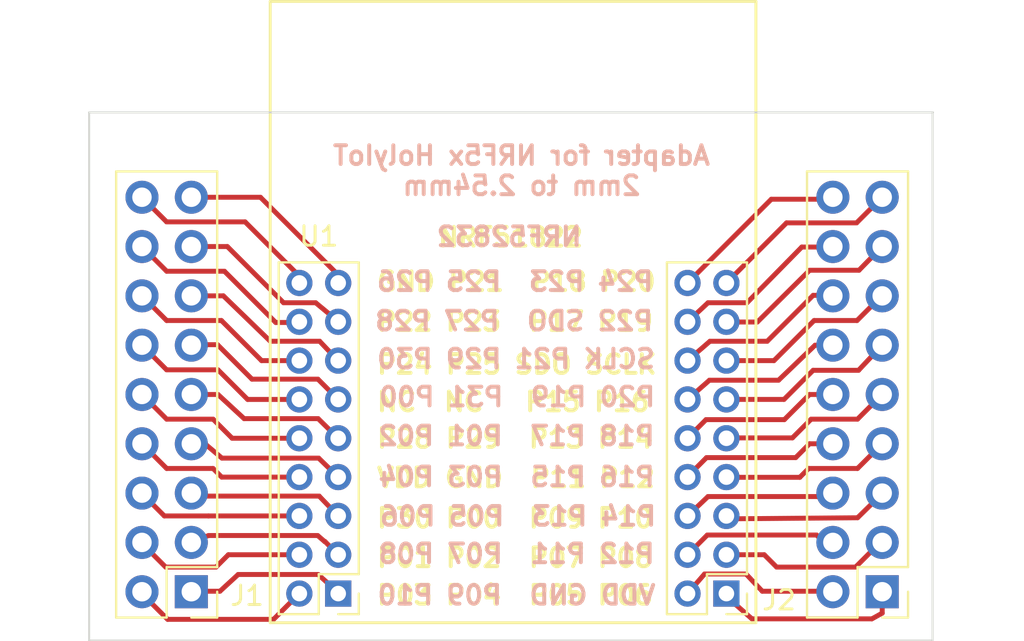
<source format=kicad_pcb>
(kicad_pcb (version 20171130) (host pcbnew "(5.0.0)")

  (general
    (thickness 1.6)
    (drawings 25)
    (tracks 149)
    (zones 0)
    (modules 3)
    (nets 37)
  )

  (page A4)
  (layers
    (0 F.Cu signal)
    (31 B.Cu signal)
    (32 B.Adhes user)
    (33 F.Adhes user)
    (34 B.Paste user)
    (35 F.Paste user)
    (36 B.SilkS user)
    (37 F.SilkS user)
    (38 B.Mask user)
    (39 F.Mask user)
    (40 Dwgs.User user)
    (41 Cmts.User user)
    (42 Eco1.User user)
    (43 Eco2.User user)
    (44 Edge.Cuts user)
    (45 Margin user)
    (46 B.CrtYd user)
    (47 F.CrtYd user)
    (48 B.Fab user)
    (49 F.Fab user)
  )

  (setup
    (last_trace_width 0.254)
    (trace_clearance 0.1524)
    (zone_clearance 0.508)
    (zone_45_only no)
    (trace_min 0.1524)
    (segment_width 0.2)
    (edge_width 0.1)
    (via_size 0.762)
    (via_drill 0.4064)
    (via_min_size 0.508)
    (via_min_drill 0.254)
    (uvia_size 0.6858)
    (uvia_drill 0.3302)
    (uvias_allowed no)
    (uvia_min_size 0.2)
    (uvia_min_drill 0.1)
    (pcb_text_width 0.3)
    (pcb_text_size 1.5 1.5)
    (mod_edge_width 0.15)
    (mod_text_size 1 1)
    (mod_text_width 0.15)
    (pad_size 1.5 1.5)
    (pad_drill 0.6)
    (pad_to_mask_clearance 0)
    (aux_axis_origin 0 0)
    (visible_elements 7FFFFFFF)
    (pcbplotparams
      (layerselection 0x010fc_ffffffff)
      (usegerberextensions false)
      (usegerberattributes false)
      (usegerberadvancedattributes false)
      (creategerberjobfile false)
      (excludeedgelayer true)
      (linewidth 0.100000)
      (plotframeref false)
      (viasonmask false)
      (mode 1)
      (useauxorigin false)
      (hpglpennumber 1)
      (hpglpenspeed 20)
      (hpglpendiameter 15.000000)
      (psnegative false)
      (psa4output false)
      (plotreference true)
      (plotvalue true)
      (plotinvisibletext false)
      (padsonsilk false)
      (subtractmaskfromsilk false)
      (outputformat 1)
      (mirror false)
      (drillshape 1)
      (scaleselection 1)
      (outputdirectory ""))
  )

  (net 0 "")
  (net 1 "Net-(J1-Pad18)")
  (net 2 "Net-(J1-Pad17)")
  (net 3 "Net-(J1-Pad16)")
  (net 4 "Net-(J1-Pad15)")
  (net 5 "Net-(J1-Pad14)")
  (net 6 "Net-(J1-Pad13)")
  (net 7 "Net-(J1-Pad12)")
  (net 8 "Net-(J1-Pad11)")
  (net 9 "Net-(J1-Pad10)")
  (net 10 "Net-(J1-Pad9)")
  (net 11 "Net-(J1-Pad8)")
  (net 12 "Net-(J1-Pad7)")
  (net 13 "Net-(J1-Pad6)")
  (net 14 "Net-(J1-Pad5)")
  (net 15 "Net-(J1-Pad4)")
  (net 16 "Net-(J1-Pad3)")
  (net 17 "Net-(J1-Pad2)")
  (net 18 "Net-(J1-Pad1)")
  (net 19 "Net-(J2-Pad1)")
  (net 20 "Net-(J2-Pad2)")
  (net 21 "Net-(J2-Pad3)")
  (net 22 "Net-(J2-Pad4)")
  (net 23 "Net-(J2-Pad5)")
  (net 24 "Net-(J2-Pad6)")
  (net 25 "Net-(J2-Pad7)")
  (net 26 "Net-(J2-Pad8)")
  (net 27 "Net-(J2-Pad9)")
  (net 28 "Net-(J2-Pad10)")
  (net 29 "Net-(J2-Pad11)")
  (net 30 "Net-(J2-Pad12)")
  (net 31 "Net-(J2-Pad13)")
  (net 32 "Net-(J2-Pad14)")
  (net 33 "Net-(J2-Pad15)")
  (net 34 "Net-(J2-Pad16)")
  (net 35 "Net-(J2-Pad17)")
  (net 36 "Net-(J2-Pad18)")

  (net_class Default "This is the default net class."
    (clearance 0.1524)
    (trace_width 0.254)
    (via_dia 0.762)
    (via_drill 0.4064)
    (uvia_dia 0.6858)
    (uvia_drill 0.3302)
    (add_net "Net-(J1-Pad1)")
    (add_net "Net-(J1-Pad10)")
    (add_net "Net-(J1-Pad11)")
    (add_net "Net-(J1-Pad12)")
    (add_net "Net-(J1-Pad13)")
    (add_net "Net-(J1-Pad14)")
    (add_net "Net-(J1-Pad15)")
    (add_net "Net-(J1-Pad16)")
    (add_net "Net-(J1-Pad17)")
    (add_net "Net-(J1-Pad18)")
    (add_net "Net-(J1-Pad2)")
    (add_net "Net-(J1-Pad3)")
    (add_net "Net-(J1-Pad4)")
    (add_net "Net-(J1-Pad5)")
    (add_net "Net-(J1-Pad6)")
    (add_net "Net-(J1-Pad7)")
    (add_net "Net-(J1-Pad8)")
    (add_net "Net-(J1-Pad9)")
    (add_net "Net-(J2-Pad1)")
    (add_net "Net-(J2-Pad10)")
    (add_net "Net-(J2-Pad11)")
    (add_net "Net-(J2-Pad12)")
    (add_net "Net-(J2-Pad13)")
    (add_net "Net-(J2-Pad14)")
    (add_net "Net-(J2-Pad15)")
    (add_net "Net-(J2-Pad16)")
    (add_net "Net-(J2-Pad17)")
    (add_net "Net-(J2-Pad18)")
    (add_net "Net-(J2-Pad2)")
    (add_net "Net-(J2-Pad3)")
    (add_net "Net-(J2-Pad4)")
    (add_net "Net-(J2-Pad5)")
    (add_net "Net-(J2-Pad6)")
    (add_net "Net-(J2-Pad7)")
    (add_net "Net-(J2-Pad8)")
    (add_net "Net-(J2-Pad9)")
  )

  (module NRFmodules:NRF5xmodule (layer F.Cu) (tedit 5B97477C) (tstamp 5B9742DC)
    (at 148.84 105.735001)
    (descr "Through hole straight pin header, 2x09, 2.00mm pitch, double rows")
    (tags "Through hole pin header THT 2x09 2.00mm double row")
    (path /5B9710B4)
    (fp_text reference U1 (at 2.5 -19.9) (layer F.SilkS)
      (effects (font (size 1 1) (thickness 0.15)))
    )
    (fp_text value NRF51822 (at 9.1226 -0.960001) (layer F.Fab)
      (effects (font (size 1 1) (thickness 0.15)))
    )
    (fp_line (start 0 0) (end 5 0) (layer F.CrtYd) (width 0.05))
    (fp_line (start 0 -19) (end 0 0) (layer F.CrtYd) (width 0.05))
    (fp_line (start 5 -19) (end 0 -19) (layer F.CrtYd) (width 0.05))
    (fp_line (start 5 0) (end 5 -19) (layer F.CrtYd) (width 0.05))
    (fp_line (start 4.56 -0.44) (end 3.5 -0.44) (layer F.SilkS) (width 0.12))
    (fp_line (start 4.56 -1.5) (end 4.56 -0.44) (layer F.SilkS) (width 0.12))
    (fp_line (start 2.5 -0.44) (end 0.44 -0.44) (layer F.SilkS) (width 0.12))
    (fp_line (start 2.5 -2.5) (end 2.5 -0.44) (layer F.SilkS) (width 0.12))
    (fp_line (start 4.56 -2.5) (end 2.5 -2.5) (layer F.SilkS) (width 0.12))
    (fp_line (start 0.44 -0.44) (end 0.44 -18.56) (layer F.SilkS) (width 0.12))
    (fp_line (start 4.56 -2.5) (end 4.56 -18.56) (layer F.SilkS) (width 0.12))
    (fp_line (start 4.56 -18.56) (end 0.44 -18.56) (layer F.SilkS) (width 0.12))
    (fp_line (start 4.5 -1.5) (end 3.5 -0.5) (layer F.Fab) (width 0.1))
    (fp_line (start 4.5 -18.5) (end 4.5 -1.5) (layer F.Fab) (width 0.1))
    (fp_line (start 0.5 -18.5) (end 4.5 -18.5) (layer F.Fab) (width 0.1))
    (fp_line (start 0.5 -0.5) (end 0.5 -18.5) (layer F.Fab) (width 0.1))
    (fp_line (start 3.5 -0.5) (end 0.5 -0.5) (layer F.Fab) (width 0.1))
    (fp_line (start 24.54 -18.56) (end 20.42 -18.56) (layer F.SilkS) (width 0.12))
    (fp_line (start 24.48 -18.5) (end 24.48 -1.5) (layer F.Fab) (width 0.1))
    (fp_line (start 24.54 -0.44) (end 23.48 -0.44) (layer F.SilkS) (width 0.12))
    (fp_line (start 24.54 -2.5) (end 22.48 -2.5) (layer F.SilkS) (width 0.12))
    (fp_line (start 24.98 -19) (end 19.98 -19) (layer F.CrtYd) (width 0.05))
    (fp_line (start 20.48 -18.5) (end 24.48 -18.5) (layer F.Fab) (width 0.1))
    (fp_line (start 20.42 -0.44) (end 20.42 -18.56) (layer F.SilkS) (width 0.12))
    (fp_line (start 24.54 -2.5) (end 24.54 -18.56) (layer F.SilkS) (width 0.12))
    (fp_line (start 24.98 0) (end 24.98 -19) (layer F.CrtYd) (width 0.05))
    (fp_line (start 20.48 -0.5) (end 20.48 -18.5) (layer F.Fab) (width 0.1))
    (fp_line (start 19.98 0) (end 24.98 0) (layer F.CrtYd) (width 0.05))
    (fp_line (start 23.48 -0.5) (end 20.48 -0.5) (layer F.Fab) (width 0.1))
    (fp_line (start 22.48 -2.5) (end 22.48 -0.44) (layer F.SilkS) (width 0.12))
    (fp_line (start 22.48 -0.44) (end 20.42 -0.44) (layer F.SilkS) (width 0.12))
    (fp_line (start 19.98 -19) (end 19.98 0) (layer F.CrtYd) (width 0.05))
    (fp_line (start 24.54 -1.5) (end 24.54 -0.44) (layer F.SilkS) (width 0.12))
    (fp_line (start 24.48 -1.5) (end 23.48 -0.5) (layer F.Fab) (width 0.1))
    (fp_line (start 0 0) (end 0 -32) (layer F.SilkS) (width 0.15))
    (fp_line (start 0 -32) (end 25 -32) (layer F.SilkS) (width 0.15))
    (fp_line (start 25 -32) (end 25 0) (layer F.SilkS) (width 0.15))
    (fp_line (start 25 0) (end 0 0) (layer F.SilkS) (width 0.15))
    (pad 18 thru_hole oval (at 1.5 -17.5 180) (size 1.35 1.35) (drill 0.8) (layers *.Cu *.Mask)
      (net 1 "Net-(J1-Pad18)"))
    (pad 17 thru_hole oval (at 3.5 -17.5 180) (size 1.35 1.35) (drill 0.8) (layers *.Cu *.Mask)
      (net 2 "Net-(J1-Pad17)"))
    (pad 16 thru_hole oval (at 1.5 -15.5 180) (size 1.35 1.35) (drill 0.8) (layers *.Cu *.Mask)
      (net 3 "Net-(J1-Pad16)"))
    (pad 15 thru_hole oval (at 3.5 -15.5 180) (size 1.35 1.35) (drill 0.8) (layers *.Cu *.Mask)
      (net 4 "Net-(J1-Pad15)"))
    (pad 14 thru_hole oval (at 1.5 -13.5 180) (size 1.35 1.35) (drill 0.8) (layers *.Cu *.Mask)
      (net 5 "Net-(J1-Pad14)"))
    (pad 13 thru_hole oval (at 3.5 -13.5 180) (size 1.35 1.35) (drill 0.8) (layers *.Cu *.Mask)
      (net 6 "Net-(J1-Pad13)"))
    (pad 12 thru_hole oval (at 1.5 -11.5 180) (size 1.35 1.35) (drill 0.8) (layers *.Cu *.Mask)
      (net 7 "Net-(J1-Pad12)"))
    (pad 11 thru_hole oval (at 3.5 -11.5 180) (size 1.35 1.35) (drill 0.8) (layers *.Cu *.Mask)
      (net 8 "Net-(J1-Pad11)"))
    (pad 10 thru_hole oval (at 1.5 -9.5 180) (size 1.35 1.35) (drill 0.8) (layers *.Cu *.Mask)
      (net 9 "Net-(J1-Pad10)"))
    (pad 9 thru_hole oval (at 3.5 -9.5 180) (size 1.35 1.35) (drill 0.8) (layers *.Cu *.Mask)
      (net 10 "Net-(J1-Pad9)"))
    (pad 8 thru_hole oval (at 1.5 -7.5 180) (size 1.35 1.35) (drill 0.8) (layers *.Cu *.Mask)
      (net 11 "Net-(J1-Pad8)"))
    (pad 7 thru_hole oval (at 3.5 -7.5 180) (size 1.35 1.35) (drill 0.8) (layers *.Cu *.Mask)
      (net 12 "Net-(J1-Pad7)"))
    (pad 6 thru_hole oval (at 1.5 -5.5 180) (size 1.35 1.35) (drill 0.8) (layers *.Cu *.Mask)
      (net 13 "Net-(J1-Pad6)"))
    (pad 5 thru_hole oval (at 3.5 -5.5 180) (size 1.35 1.35) (drill 0.8) (layers *.Cu *.Mask)
      (net 14 "Net-(J1-Pad5)"))
    (pad 4 thru_hole oval (at 1.5 -3.5 180) (size 1.35 1.35) (drill 0.8) (layers *.Cu *.Mask)
      (net 15 "Net-(J1-Pad4)"))
    (pad 3 thru_hole oval (at 3.5 -3.5 180) (size 1.35 1.35) (drill 0.8) (layers *.Cu *.Mask)
      (net 16 "Net-(J1-Pad3)"))
    (pad 2 thru_hole oval (at 1.5 -1.5 180) (size 1.35 1.35) (drill 0.8) (layers *.Cu *.Mask)
      (net 17 "Net-(J1-Pad2)"))
    (pad 1 thru_hole rect (at 3.5 -1.5 180) (size 1.35 1.35) (drill 0.8) (layers *.Cu *.Mask)
      (net 18 "Net-(J1-Pad1)"))
    (pad 20 thru_hole oval (at 21.48 -1.5 180) (size 1.35 1.35) (drill 0.8) (layers *.Cu *.Mask)
      (net 20 "Net-(J2-Pad2)"))
    (pad 24 thru_hole oval (at 21.48 -5.5 180) (size 1.35 1.35) (drill 0.8) (layers *.Cu *.Mask)
      (net 24 "Net-(J2-Pad6)"))
    (pad 19 thru_hole rect (at 23.48 -1.5 180) (size 1.35 1.35) (drill 0.8) (layers *.Cu *.Mask)
      (net 19 "Net-(J2-Pad1)"))
    (pad 31 thru_hole oval (at 23.48 -13.5 180) (size 1.35 1.35) (drill 0.8) (layers *.Cu *.Mask)
      (net 31 "Net-(J2-Pad13)"))
    (pad 26 thru_hole oval (at 21.48 -7.5 180) (size 1.35 1.35) (drill 0.8) (layers *.Cu *.Mask)
      (net 26 "Net-(J2-Pad8)"))
    (pad 35 thru_hole oval (at 23.48 -17.5 180) (size 1.35 1.35) (drill 0.8) (layers *.Cu *.Mask)
      (net 35 "Net-(J2-Pad17)"))
    (pad 33 thru_hole oval (at 23.48 -15.5 180) (size 1.35 1.35) (drill 0.8) (layers *.Cu *.Mask)
      (net 33 "Net-(J2-Pad15)"))
    (pad 25 thru_hole oval (at 23.48 -7.5 180) (size 1.35 1.35) (drill 0.8) (layers *.Cu *.Mask)
      (net 25 "Net-(J2-Pad7)"))
    (pad 32 thru_hole oval (at 21.48 -13.5 180) (size 1.35 1.35) (drill 0.8) (layers *.Cu *.Mask)
      (net 32 "Net-(J2-Pad14)"))
    (pad 34 thru_hole oval (at 21.48 -15.5 180) (size 1.35 1.35) (drill 0.8) (layers *.Cu *.Mask)
      (net 34 "Net-(J2-Pad16)"))
    (pad 30 thru_hole oval (at 21.48 -11.5 180) (size 1.35 1.35) (drill 0.8) (layers *.Cu *.Mask)
      (net 30 "Net-(J2-Pad12)"))
    (pad 29 thru_hole oval (at 23.48 -11.5 180) (size 1.35 1.35) (drill 0.8) (layers *.Cu *.Mask)
      (net 29 "Net-(J2-Pad11)"))
    (pad 27 thru_hole oval (at 23.48 -9.5 180) (size 1.35 1.35) (drill 0.8) (layers *.Cu *.Mask)
      (net 27 "Net-(J2-Pad9)"))
    (pad 36 thru_hole oval (at 21.48 -17.5 180) (size 1.35 1.35) (drill 0.8) (layers *.Cu *.Mask)
      (net 36 "Net-(J2-Pad18)"))
    (pad 28 thru_hole oval (at 21.48 -9.5 180) (size 1.35 1.35) (drill 0.8) (layers *.Cu *.Mask)
      (net 28 "Net-(J2-Pad10)"))
    (pad 23 thru_hole oval (at 23.48 -5.5 180) (size 1.35 1.35) (drill 0.8) (layers *.Cu *.Mask)
      (net 23 "Net-(J2-Pad5)"))
    (pad 22 thru_hole oval (at 21.48 -3.5 180) (size 1.35 1.35) (drill 0.8) (layers *.Cu *.Mask)
      (net 22 "Net-(J2-Pad4)"))
    (pad 21 thru_hole oval (at 23.48 -3.5 180) (size 1.35 1.35) (drill 0.8) (layers *.Cu *.Mask)
      (net 21 "Net-(J2-Pad3)"))
    (model ${KISYS3DMOD}/Pin_Headers.3dshapes/Pin_Header_Straight_2x09_Pitch2.00mm.wrl
      (at (xyz 0 0 0))
      (scale (xyz 1 1 1))
      (rotate (xyz 0 0 0))
    )
  )

  (module Pin_Headers:Pin_Header_Straight_2x09_Pitch2.54mm (layer F.Cu) (tedit 59650532) (tstamp 5B974266)
    (at 144.78 104.14 180)
    (descr "Through hole straight pin header, 2x09, 2.54mm pitch, double rows")
    (tags "Through hole pin header THT 2x09 2.54mm double row")
    (path /5B971A1A)
    (fp_text reference J1 (at -2.8702 -0.2032 180) (layer F.SilkS)
      (effects (font (size 1 1) (thickness 0.15)))
    )
    (fp_text value Conn_02x09_Odd_Even (at 1.27 22.65 180) (layer F.Fab)
      (effects (font (size 1 1) (thickness 0.15)))
    )
    (fp_text user %R (at 1.27 10.16 270) (layer F.Fab)
      (effects (font (size 1 1) (thickness 0.15)))
    )
    (fp_line (start 4.35 -1.8) (end -1.8 -1.8) (layer F.CrtYd) (width 0.05))
    (fp_line (start 4.35 22.1) (end 4.35 -1.8) (layer F.CrtYd) (width 0.05))
    (fp_line (start -1.8 22.1) (end 4.35 22.1) (layer F.CrtYd) (width 0.05))
    (fp_line (start -1.8 -1.8) (end -1.8 22.1) (layer F.CrtYd) (width 0.05))
    (fp_line (start -1.33 -1.33) (end 0 -1.33) (layer F.SilkS) (width 0.12))
    (fp_line (start -1.33 0) (end -1.33 -1.33) (layer F.SilkS) (width 0.12))
    (fp_line (start 1.27 -1.33) (end 3.87 -1.33) (layer F.SilkS) (width 0.12))
    (fp_line (start 1.27 1.27) (end 1.27 -1.33) (layer F.SilkS) (width 0.12))
    (fp_line (start -1.33 1.27) (end 1.27 1.27) (layer F.SilkS) (width 0.12))
    (fp_line (start 3.87 -1.33) (end 3.87 21.65) (layer F.SilkS) (width 0.12))
    (fp_line (start -1.33 1.27) (end -1.33 21.65) (layer F.SilkS) (width 0.12))
    (fp_line (start -1.33 21.65) (end 3.87 21.65) (layer F.SilkS) (width 0.12))
    (fp_line (start -1.27 0) (end 0 -1.27) (layer F.Fab) (width 0.1))
    (fp_line (start -1.27 21.59) (end -1.27 0) (layer F.Fab) (width 0.1))
    (fp_line (start 3.81 21.59) (end -1.27 21.59) (layer F.Fab) (width 0.1))
    (fp_line (start 3.81 -1.27) (end 3.81 21.59) (layer F.Fab) (width 0.1))
    (fp_line (start 0 -1.27) (end 3.81 -1.27) (layer F.Fab) (width 0.1))
    (pad 18 thru_hole oval (at 2.54 20.32 180) (size 1.7 1.7) (drill 1) (layers *.Cu *.Mask)
      (net 1 "Net-(J1-Pad18)"))
    (pad 17 thru_hole oval (at 0 20.32 180) (size 1.7 1.7) (drill 1) (layers *.Cu *.Mask)
      (net 2 "Net-(J1-Pad17)"))
    (pad 16 thru_hole oval (at 2.54 17.78 180) (size 1.7 1.7) (drill 1) (layers *.Cu *.Mask)
      (net 3 "Net-(J1-Pad16)"))
    (pad 15 thru_hole oval (at 0 17.78 180) (size 1.7 1.7) (drill 1) (layers *.Cu *.Mask)
      (net 4 "Net-(J1-Pad15)"))
    (pad 14 thru_hole oval (at 2.54 15.24 180) (size 1.7 1.7) (drill 1) (layers *.Cu *.Mask)
      (net 5 "Net-(J1-Pad14)"))
    (pad 13 thru_hole oval (at 0 15.24 180) (size 1.7 1.7) (drill 1) (layers *.Cu *.Mask)
      (net 6 "Net-(J1-Pad13)"))
    (pad 12 thru_hole oval (at 2.54 12.7 180) (size 1.7 1.7) (drill 1) (layers *.Cu *.Mask)
      (net 7 "Net-(J1-Pad12)"))
    (pad 11 thru_hole oval (at 0 12.7 180) (size 1.7 1.7) (drill 1) (layers *.Cu *.Mask)
      (net 8 "Net-(J1-Pad11)"))
    (pad 10 thru_hole oval (at 2.54 10.16 180) (size 1.7 1.7) (drill 1) (layers *.Cu *.Mask)
      (net 9 "Net-(J1-Pad10)"))
    (pad 9 thru_hole oval (at 0 10.16 180) (size 1.7 1.7) (drill 1) (layers *.Cu *.Mask)
      (net 10 "Net-(J1-Pad9)"))
    (pad 8 thru_hole oval (at 2.54 7.62 180) (size 1.7 1.7) (drill 1) (layers *.Cu *.Mask)
      (net 11 "Net-(J1-Pad8)"))
    (pad 7 thru_hole oval (at 0 7.62 180) (size 1.7 1.7) (drill 1) (layers *.Cu *.Mask)
      (net 12 "Net-(J1-Pad7)"))
    (pad 6 thru_hole oval (at 2.54 5.08 180) (size 1.7 1.7) (drill 1) (layers *.Cu *.Mask)
      (net 13 "Net-(J1-Pad6)"))
    (pad 5 thru_hole oval (at 0 5.08 180) (size 1.7 1.7) (drill 1) (layers *.Cu *.Mask)
      (net 14 "Net-(J1-Pad5)"))
    (pad 4 thru_hole oval (at 2.54 2.54 180) (size 1.7 1.7) (drill 1) (layers *.Cu *.Mask)
      (net 15 "Net-(J1-Pad4)"))
    (pad 3 thru_hole oval (at 0 2.54 180) (size 1.7 1.7) (drill 1) (layers *.Cu *.Mask)
      (net 16 "Net-(J1-Pad3)"))
    (pad 2 thru_hole oval (at 2.54 0 180) (size 1.7 1.7) (drill 1) (layers *.Cu *.Mask)
      (net 17 "Net-(J1-Pad2)"))
    (pad 1 thru_hole rect (at 0 0 180) (size 1.7 1.7) (drill 1) (layers *.Cu *.Mask)
      (net 18 "Net-(J1-Pad1)"))
    (model ${KISYS3DMOD}/Pin_Headers.3dshapes/Pin_Header_Straight_2x09_Pitch2.54mm.wrl
      (at (xyz 0 0 0))
      (scale (xyz 1 1 1))
      (rotate (xyz 0 0 0))
    )
  )

  (module Pin_Headers:Pin_Header_Straight_2x09_Pitch2.54mm (layer F.Cu) (tedit 59650532) (tstamp 5B97428E)
    (at 180.34 104.14 180)
    (descr "Through hole straight pin header, 2x09, 2.54mm pitch, double rows")
    (tags "Through hole pin header THT 2x09 2.54mm double row")
    (path /5B971A6C)
    (fp_text reference J2 (at 5.3086 -0.4318 180) (layer F.SilkS)
      (effects (font (size 1 1) (thickness 0.15)))
    )
    (fp_text value Conn_02x09_Odd_Even (at 1.27 22.65 180) (layer F.Fab)
      (effects (font (size 1 1) (thickness 0.15)))
    )
    (fp_line (start 0 -1.27) (end 3.81 -1.27) (layer F.Fab) (width 0.1))
    (fp_line (start 3.81 -1.27) (end 3.81 21.59) (layer F.Fab) (width 0.1))
    (fp_line (start 3.81 21.59) (end -1.27 21.59) (layer F.Fab) (width 0.1))
    (fp_line (start -1.27 21.59) (end -1.27 0) (layer F.Fab) (width 0.1))
    (fp_line (start -1.27 0) (end 0 -1.27) (layer F.Fab) (width 0.1))
    (fp_line (start -1.33 21.65) (end 3.87 21.65) (layer F.SilkS) (width 0.12))
    (fp_line (start -1.33 1.27) (end -1.33 21.65) (layer F.SilkS) (width 0.12))
    (fp_line (start 3.87 -1.33) (end 3.87 21.65) (layer F.SilkS) (width 0.12))
    (fp_line (start -1.33 1.27) (end 1.27 1.27) (layer F.SilkS) (width 0.12))
    (fp_line (start 1.27 1.27) (end 1.27 -1.33) (layer F.SilkS) (width 0.12))
    (fp_line (start 1.27 -1.33) (end 3.87 -1.33) (layer F.SilkS) (width 0.12))
    (fp_line (start -1.33 0) (end -1.33 -1.33) (layer F.SilkS) (width 0.12))
    (fp_line (start -1.33 -1.33) (end 0 -1.33) (layer F.SilkS) (width 0.12))
    (fp_line (start -1.8 -1.8) (end -1.8 22.1) (layer F.CrtYd) (width 0.05))
    (fp_line (start -1.8 22.1) (end 4.35 22.1) (layer F.CrtYd) (width 0.05))
    (fp_line (start 4.35 22.1) (end 4.35 -1.8) (layer F.CrtYd) (width 0.05))
    (fp_line (start 4.35 -1.8) (end -1.8 -1.8) (layer F.CrtYd) (width 0.05))
    (fp_text user %R (at 1.27 10.16 270) (layer F.Fab)
      (effects (font (size 1 1) (thickness 0.15)))
    )
    (pad 1 thru_hole rect (at 0 0 180) (size 1.7 1.7) (drill 1) (layers *.Cu *.Mask)
      (net 19 "Net-(J2-Pad1)"))
    (pad 2 thru_hole oval (at 2.54 0 180) (size 1.7 1.7) (drill 1) (layers *.Cu *.Mask)
      (net 20 "Net-(J2-Pad2)"))
    (pad 3 thru_hole oval (at 0 2.54 180) (size 1.7 1.7) (drill 1) (layers *.Cu *.Mask)
      (net 21 "Net-(J2-Pad3)"))
    (pad 4 thru_hole oval (at 2.54 2.54 180) (size 1.7 1.7) (drill 1) (layers *.Cu *.Mask)
      (net 22 "Net-(J2-Pad4)"))
    (pad 5 thru_hole oval (at 0 5.08 180) (size 1.7 1.7) (drill 1) (layers *.Cu *.Mask)
      (net 23 "Net-(J2-Pad5)"))
    (pad 6 thru_hole oval (at 2.54 5.08 180) (size 1.7 1.7) (drill 1) (layers *.Cu *.Mask)
      (net 24 "Net-(J2-Pad6)"))
    (pad 7 thru_hole oval (at 0 7.62 180) (size 1.7 1.7) (drill 1) (layers *.Cu *.Mask)
      (net 25 "Net-(J2-Pad7)"))
    (pad 8 thru_hole oval (at 2.54 7.62 180) (size 1.7 1.7) (drill 1) (layers *.Cu *.Mask)
      (net 26 "Net-(J2-Pad8)"))
    (pad 9 thru_hole oval (at 0 10.16 180) (size 1.7 1.7) (drill 1) (layers *.Cu *.Mask)
      (net 27 "Net-(J2-Pad9)"))
    (pad 10 thru_hole oval (at 2.54 10.16 180) (size 1.7 1.7) (drill 1) (layers *.Cu *.Mask)
      (net 28 "Net-(J2-Pad10)"))
    (pad 11 thru_hole oval (at 0 12.7 180) (size 1.7 1.7) (drill 1) (layers *.Cu *.Mask)
      (net 29 "Net-(J2-Pad11)"))
    (pad 12 thru_hole oval (at 2.54 12.7 180) (size 1.7 1.7) (drill 1) (layers *.Cu *.Mask)
      (net 30 "Net-(J2-Pad12)"))
    (pad 13 thru_hole oval (at 0 15.24 180) (size 1.7 1.7) (drill 1) (layers *.Cu *.Mask)
      (net 31 "Net-(J2-Pad13)"))
    (pad 14 thru_hole oval (at 2.54 15.24 180) (size 1.7 1.7) (drill 1) (layers *.Cu *.Mask)
      (net 32 "Net-(J2-Pad14)"))
    (pad 15 thru_hole oval (at 0 17.78 180) (size 1.7 1.7) (drill 1) (layers *.Cu *.Mask)
      (net 33 "Net-(J2-Pad15)"))
    (pad 16 thru_hole oval (at 2.54 17.78 180) (size 1.7 1.7) (drill 1) (layers *.Cu *.Mask)
      (net 34 "Net-(J2-Pad16)"))
    (pad 17 thru_hole oval (at 0 20.32 180) (size 1.7 1.7) (drill 1) (layers *.Cu *.Mask)
      (net 35 "Net-(J2-Pad17)"))
    (pad 18 thru_hole oval (at 2.54 20.32 180) (size 1.7 1.7) (drill 1) (layers *.Cu *.Mask)
      (net 36 "Net-(J2-Pad18)"))
    (model ${KISYS3DMOD}/Pin_Headers.3dshapes/Pin_Header_Straight_2x09_Pitch2.54mm.wrl
      (at (xyz 0 0 0))
      (scale (xyz 1 1 1))
      (rotate (xyz 0 0 0))
    )
  )

  (gr_line (start 182.9308 106.6546) (end 139.5222 106.6546) (layer Edge.Cuts) (width 0.1))
  (gr_line (start 182.9308 79.4512) (end 182.9308 106.6546) (layer Edge.Cuts) (width 0.1))
  (gr_line (start 139.5222 79.4512) (end 182.9562 79.4512) (layer Edge.Cuts) (width 0.1))
  (gr_line (start 139.5222 106.6546) (end 139.5222 79.4512) (layer Edge.Cuts) (width 0.1))
  (gr_text "Adapter for NRF5x HolyIoT\n2mm to 2.54mm\n" (at 161.7726 82.4484) (layer B.SilkS)
    (effects (font (size 0.9652 0.9652) (thickness 0.2032)) (justify mirror))
  )
  (gr_text "VDD GND  P09 P10" (at 161.5186 104.3178) (layer B.SilkS) (tstamp 5B977C11)
    (effects (font (size 0.9652 0.9652) (thickness 0.2032)) (justify mirror))
  )
  (gr_text "P12 P11  P07 P08" (at 161.5186 102.1842) (layer B.SilkS) (tstamp 5B977C0F)
    (effects (font (size 0.9652 0.9652) (thickness 0.2032)) (justify mirror))
  )
  (gr_text "P14 P13  P05 P06" (at 161.5948 100.2538) (layer B.SilkS) (tstamp 5B977C0D)
    (effects (font (size 0.9652 0.9652) (thickness 0.2032)) (justify mirror))
  )
  (gr_text "P16 P15  P03 P04" (at 161.5186 98.2218) (layer B.SilkS) (tstamp 5B977C0B)
    (effects (font (size 0.9652 0.9652) (thickness 0.2032)) (justify mirror))
  )
  (gr_text "P18 P17  P01 P02" (at 161.5186 96.1136) (layer B.SilkS) (tstamp 5B977C09)
    (effects (font (size 0.9652 0.9652) (thickness 0.2032)) (justify mirror))
  )
  (gr_text "P20 P19  P31 P00" (at 161.544 94.107) (layer B.SilkS) (tstamp 5B977C07)
    (effects (font (size 0.9652 0.9652) (thickness 0.2032)) (justify mirror))
  )
  (gr_text "SCLK P21 P29 P30" (at 161.4932 92.1512) (layer B.SilkS) (tstamp 5B977C05)
    (effects (font (size 0.9652 0.9652) (thickness 0.2032)) (justify mirror))
  )
  (gr_text "P22 SDO  P27 P28" (at 161.3916 90.1954) (layer B.SilkS) (tstamp 5B977C03)
    (effects (font (size 0.9652 0.9652) (thickness 0.2032)) (justify mirror))
  )
  (gr_text "P24 P23  P25 P26" (at 161.4424 88.1634) (layer B.SilkS) (tstamp 5B977BED)
    (effects (font (size 0.9652 0.9652) (thickness 0.2032)) (justify mirror))
  )
  (gr_text NRF52832 (at 161.1376 85.852) (layer B.SilkS)
    (effects (font (size 0.9652 0.9652) (thickness 0.2032)) (justify mirror))
  )
  (gr_text NRF51822 (at 157.3784 85.8774) (layer F.SilkS) (tstamp 5B976AD5)
    (effects (font (size 0.9652 0.9652) (thickness 0.2032)) (justify left))
  )
  (gr_text "P03 P04  P05 P06" (at 154.2288 104.3178) (layer F.SilkS) (tstamp 5B97699C)
    (effects (font (size 0.9652 0.9652) (thickness 0.2032)) (justify left))
  )
  (gr_text "P01 P02  P07 P08" (at 154.2288 102.3874) (layer F.SilkS) (tstamp 5B97699A)
    (effects (font (size 0.9652 0.9652) (thickness 0.2032)) (justify left))
  )
  (gr_text "P30 P00  P09 P10" (at 154.2288 100.3554) (layer F.SilkS) (tstamp 5B976998)
    (effects (font (size 0.9652 0.9652) (thickness 0.2032)) (justify left))
  )
  (gr_text "VDD GND  P11 P12" (at 154.2288 98.2726) (layer F.SilkS) (tstamp 5B976996)
    (effects (font (size 0.9652 0.9652) (thickness 0.2032)) (justify left))
  )
  (gr_text "P28 P29  P13 P14" (at 154.2288 96.2406) (layer F.SilkS) (tstamp 5B976994)
    (effects (font (size 0.9652 0.9652) (thickness 0.2032)) (justify left))
  )
  (gr_text "NC  NC   P15 P16" (at 154.2288 94.361) (layer F.SilkS) (tstamp 5B976992)
    (effects (font (size 0.9652 0.9652) (thickness 0.2032)) (justify left))
  )
  (gr_text "P24 P25 SDO SCLK" (at 154.2288 92.4306) (layer F.SilkS) (tstamp 5B976990)
    (effects (font (size 0.9652 0.9652) (thickness 0.2032)) (justify left))
  )
  (gr_text "P22 P23  P17 P19" (at 154.2288 90.2208) (layer F.SilkS) (tstamp 5B97698E)
    (effects (font (size 0.9652 0.9652) (thickness 0.2032)) (justify left))
  )
  (gr_text "GND P21  P18 P20" (at 154.2288 88.1634) (layer F.SilkS)
    (effects (font (size 0.9652 0.9652) (thickness 0.2032)) (justify left))
  )

  (segment (start 143.51 85.09) (end 147.5486 85.09) (width 0.254) (layer F.Cu) (net 1))
  (segment (start 142.24 83.82) (end 143.51 85.09) (width 0.254) (layer F.Cu) (net 1))
  (segment (start 147.5486 85.09) (end 150.3426 87.884) (width 0.254) (layer F.Cu) (net 1))
  (segment (start 150.3426 87.884) (end 150.3426 88.2396) (width 0.254) (layer F.Cu) (net 1))
  (segment (start 144.78 83.82) (end 148.336 83.82) (width 0.254) (layer F.Cu) (net 2))
  (segment (start 148.336 83.82) (end 152.2476 87.7316) (width 0.254) (layer F.Cu) (net 2))
  (segment (start 142.24 86.36) (end 143.51 87.63) (width 0.254) (layer F.Cu) (net 3))
  (segment (start 143.51 87.63) (end 146.4818 87.63) (width 0.254) (layer F.Cu) (net 3))
  (segment (start 146.4818 87.63) (end 149.1234 90.2716) (width 0.254) (layer F.Cu) (net 3))
  (segment (start 149.1234 90.2716) (end 150.3172 90.2716) (width 0.254) (layer F.Cu) (net 3))
  (segment (start 144.8562 86.3346) (end 144.8562 86.2838) (width 0.254) (layer F.Cu) (net 4))
  (segment (start 144.8562 86.2838) (end 144.8308 86.3092) (width 0.254) (layer F.Cu) (net 4))
  (segment (start 151.1808 89.2556) (end 152.3492 90.2208) (width 0.254) (layer F.Cu) (net 4))
  (segment (start 149.5298 89.2556) (end 151.1808 89.2556) (width 0.254) (layer F.Cu) (net 4))
  (segment (start 144.78 86.36) (end 146.6342 86.36) (width 0.254) (layer F.Cu) (net 4))
  (segment (start 146.6342 86.36) (end 149.5298 89.2556) (width 0.254) (layer F.Cu) (net 4))
  (segment (start 150.34 92.235001) (end 148.394401 92.235001) (width 0.254) (layer F.Cu) (net 5))
  (segment (start 148.394401 92.235001) (end 146.3294 90.17) (width 0.254) (layer F.Cu) (net 5))
  (segment (start 146.3294 90.17) (end 143.51 90.17) (width 0.254) (layer F.Cu) (net 5))
  (segment (start 143.51 90.17) (end 142.24 88.9) (width 0.254) (layer F.Cu) (net 5))
  (segment (start 151.384 91.2368) (end 152.3238 92.2274) (width 0.254) (layer F.Cu) (net 6))
  (segment (start 148.844 91.2368) (end 151.384 91.2368) (width 0.254) (layer F.Cu) (net 6))
  (segment (start 144.78 88.9) (end 146.431 88.9) (width 0.254) (layer F.Cu) (net 6))
  (segment (start 146.431 88.9) (end 148.844 91.2368) (width 0.254) (layer F.Cu) (net 6))
  (segment (start 150.34 94.235001) (end 147.676601 94.235001) (width 0.254) (layer F.Cu) (net 7))
  (segment (start 147.676601 94.235001) (end 146.1516 92.71) (width 0.254) (layer F.Cu) (net 7))
  (segment (start 146.1516 92.71) (end 143.51 92.71) (width 0.254) (layer F.Cu) (net 7))
  (segment (start 143.51 92.71) (end 142.24 91.44) (width 0.254) (layer F.Cu) (net 7))
  (segment (start 151.294401 93.189402) (end 147.901002 93.189402) (width 0.254) (layer F.Cu) (net 8))
  (segment (start 152.34 94.235001) (end 151.294401 93.189402) (width 0.254) (layer F.Cu) (net 8))
  (segment (start 147.901002 93.189402) (end 146.1262 91.4146) (width 0.254) (layer F.Cu) (net 8))
  (segment (start 146.1262 91.4146) (end 144.8308 91.4146) (width 0.254) (layer F.Cu) (net 8))
  (segment (start 144.8308 91.4146) (end 144.8054 91.44) (width 0.254) (layer F.Cu) (net 8))
  (segment (start 150.34 96.235001) (end 146.882601 96.235001) (width 0.254) (layer F.Cu) (net 9))
  (segment (start 146.882601 96.235001) (end 145.8976 95.25) (width 0.254) (layer F.Cu) (net 9))
  (segment (start 145.8976 95.25) (end 143.51 95.25) (width 0.254) (layer F.Cu) (net 9))
  (segment (start 143.51 95.25) (end 142.2654 94.0054) (width 0.254) (layer F.Cu) (net 9))
  (segment (start 146.1516 93.98) (end 144.78 93.98) (width 0.254) (layer F.Cu) (net 10))
  (segment (start 147.4978 95.2246) (end 146.1516 93.98) (width 0.254) (layer F.Cu) (net 10))
  (segment (start 152.34 96.235001) (end 151.3078 95.2246) (width 0.254) (layer F.Cu) (net 10))
  (segment (start 151.3078 95.2246) (end 147.4978 95.2246) (width 0.254) (layer F.Cu) (net 10))
  (segment (start 150.34 98.235001) (end 146.342601 98.235001) (width 0.254) (layer F.Cu) (net 11))
  (segment (start 146.342601 98.235001) (end 145.8976 97.79) (width 0.254) (layer F.Cu) (net 11))
  (segment (start 145.8976 97.79) (end 143.51 97.79) (width 0.254) (layer F.Cu) (net 11))
  (segment (start 143.51 97.79) (end 142.2654 96.5454) (width 0.254) (layer F.Cu) (net 11))
  (segment (start 145.542 96.5708) (end 144.8562 96.5708) (width 0.254) (layer F.Cu) (net 12))
  (segment (start 146.3548 97.2566) (end 145.542 96.5708) (width 0.254) (layer F.Cu) (net 12))
  (segment (start 152.34 98.235001) (end 151.3332 97.2566) (width 0.254) (layer F.Cu) (net 12))
  (segment (start 151.3332 97.2566) (end 146.3548 97.2566) (width 0.254) (layer F.Cu) (net 12))
  (segment (start 150.34 100.235001) (end 145.662399 100.235001) (width 0.254) (layer F.Cu) (net 13))
  (segment (start 145.662399 100.235001) (end 143.389601 100.235001) (width 0.254) (layer F.Cu) (net 13))
  (segment (start 143.389601 100.235001) (end 142.24 99.0854) (width 0.254) (layer F.Cu) (net 13))
  (segment (start 144.9324 99.2124) (end 144.78 99.0854) (width 0.254) (layer F.Cu) (net 14))
  (segment (start 152.34 100.235001) (end 151.3586 99.2124) (width 0.254) (layer F.Cu) (net 14))
  (segment (start 151.3586 99.2124) (end 144.9324 99.2124) (width 0.254) (layer F.Cu) (net 14))
  (segment (start 150.34 102.235001) (end 146.684999 102.235001) (width 0.254) (layer F.Cu) (net 15))
  (segment (start 146.684999 102.235001) (end 146.05 102.87) (width 0.254) (layer F.Cu) (net 15))
  (segment (start 146.05 102.87) (end 143.4592 102.87) (width 0.254) (layer F.Cu) (net 15))
  (segment (start 143.4592 102.87) (end 142.24 101.6508) (width 0.254) (layer F.Cu) (net 15))
  (segment (start 145.669 101.2444) (end 144.78 101.5746) (width 0.254) (layer F.Cu) (net 16))
  (segment (start 151.2824 101.2444) (end 145.669 101.2444) (width 0.254) (layer F.Cu) (net 16))
  (segment (start 151.648802 101.560002) (end 151.2824 101.2444) (width 0.254) (layer F.Cu) (net 16))
  (segment (start 152.34 102.235001) (end 151.665001 101.560002) (width 0.254) (layer F.Cu) (net 16))
  (segment (start 151.665001 101.560002) (end 151.648802 101.560002) (width 0.254) (layer F.Cu) (net 16))
  (segment (start 150.34 104.235001) (end 149.012601 105.5624) (width 0.254) (layer F.Cu) (net 17))
  (segment (start 149.012601 105.5624) (end 143.5608 105.5624) (width 0.254) (layer F.Cu) (net 17))
  (segment (start 143.5608 105.5624) (end 142.1892 104.1908) (width 0.254) (layer F.Cu) (net 17))
  (segment (start 146.2532 104.1146) (end 144.78 104.1146) (width 0.254) (layer F.Cu) (net 18))
  (segment (start 147.193 103.251) (end 146.2532 104.1146) (width 0.254) (layer F.Cu) (net 18))
  (segment (start 151.3078 103.251) (end 147.193 103.251) (width 0.254) (layer F.Cu) (net 18))
  (segment (start 152.34 104.235001) (end 152.34 104.1816) (width 0.254) (layer F.Cu) (net 18))
  (segment (start 152.34 104.1816) (end 151.3078 103.251) (width 0.254) (layer F.Cu) (net 18))
  (segment (start 172.339 104.3178) (end 172.2882 104.3178) (width 0.254) (layer F.Cu) (net 19))
  (segment (start 180.34 104.14) (end 180.34 105.244) (width 0.254) (layer F.Cu) (net 19))
  (segment (start 179.8066 105.537) (end 173.6344 105.537) (width 0.254) (layer F.Cu) (net 19))
  (segment (start 180.34 105.244) (end 179.8066 105.537) (width 0.254) (layer F.Cu) (net 19))
  (segment (start 172.3644 104.4194) (end 172.3644 104.3432) (width 0.254) (layer F.Cu) (net 19))
  (segment (start 173.6344 105.537) (end 172.3644 104.4194) (width 0.254) (layer F.Cu) (net 19))
  (segment (start 172.3644 104.3432) (end 172.339 104.3178) (width 0.254) (layer F.Cu) (net 19))
  (segment (start 174.1678 104.1146) (end 177.8254 104.1146) (width 0.254) (layer F.Cu) (net 20))
  (segment (start 173.3296 103.2256) (end 174.1678 104.1146) (width 0.254) (layer F.Cu) (net 20))
  (segment (start 170.32 104.235001) (end 171.196 103.2256) (width 0.254) (layer F.Cu) (net 20))
  (segment (start 171.196 103.2256) (end 173.3296 103.2256) (width 0.254) (layer F.Cu) (net 20))
  (segment (start 172.32 102.235001) (end 174.269401 102.235001) (width 0.254) (layer F.Cu) (net 21))
  (segment (start 174.269401 102.235001) (end 174.9044 102.87) (width 0.254) (layer F.Cu) (net 21))
  (segment (start 174.9044 102.87) (end 178.9684 102.87) (width 0.254) (layer F.Cu) (net 21))
  (segment (start 178.9684 102.87) (end 180.213 101.6254) (width 0.254) (layer F.Cu) (net 21))
  (segment (start 180.213 101.6254) (end 180.34 101.6254) (width 0.254) (layer F.Cu) (net 21))
  (segment (start 180.34 101.6254) (end 180.3146 101.6) (width 0.254) (layer F.Cu) (net 21))
  (segment (start 171.336001 101.219) (end 176.9618 101.219) (width 0.254) (layer F.Cu) (net 22))
  (segment (start 170.32 102.235001) (end 171.336001 101.219) (width 0.254) (layer F.Cu) (net 22))
  (segment (start 176.9618 101.219) (end 177.1142 101.3714) (width 0.254) (layer F.Cu) (net 22))
  (segment (start 177.1142 101.3714) (end 177.1904 101.3714) (width 0.254) (layer F.Cu) (net 22))
  (segment (start 177.1904 101.3714) (end 177.2412 101.4222) (width 0.254) (layer F.Cu) (net 22))
  (segment (start 177.2412 101.4222) (end 177.6222 101.4222) (width 0.254) (layer F.Cu) (net 22))
  (segment (start 177.6222 101.4222) (end 177.7492 101.5492) (width 0.254) (layer F.Cu) (net 22))
  (segment (start 179.07 100.33) (end 180.34 99.0854) (width 0.254) (layer F.Cu) (net 23))
  (segment (start 172.8724 100.3808) (end 179.07 100.33) (width 0.254) (layer F.Cu) (net 23))
  (segment (start 177.673 99.1108) (end 177.6984 99.0854) (width 0.254) (layer F.Cu) (net 24))
  (segment (start 177.165 99.1108) (end 177.673 99.1108) (width 0.254) (layer F.Cu) (net 24))
  (segment (start 177.0126 99.2378) (end 177.165 99.1108) (width 0.254) (layer F.Cu) (net 24))
  (segment (start 170.32 100.235001) (end 171.3738 99.2378) (width 0.254) (layer F.Cu) (net 24))
  (segment (start 171.3738 99.2378) (end 177.0126 99.2378) (width 0.254) (layer F.Cu) (net 24))
  (segment (start 180.34 96.52) (end 179.07 97.79) (width 0.254) (layer F.Cu) (net 25))
  (segment (start 179.07 97.79) (end 176.5554 97.79) (width 0.254) (layer F.Cu) (net 25))
  (segment (start 176.5554 97.79) (end 176.0982 98.2472) (width 0.254) (layer F.Cu) (net 25))
  (segment (start 176.0982 98.2472) (end 172.3644 98.2472) (width 0.254) (layer F.Cu) (net 25))
  (segment (start 176.597919 96.52) (end 175.886719 97.2312) (width 0.254) (layer F.Cu) (net 26))
  (segment (start 177.8 96.52) (end 176.597919 96.52) (width 0.254) (layer F.Cu) (net 26))
  (segment (start 175.886719 97.2312) (end 171.2976 97.2312) (width 0.254) (layer F.Cu) (net 26))
  (segment (start 171.2976 97.2312) (end 170.307 98.2218) (width 0.254) (layer F.Cu) (net 26))
  (segment (start 180.34 93.98) (end 179.07 95.25) (width 0.254) (layer F.Cu) (net 27))
  (segment (start 179.07 95.25) (end 176.6824 95.25) (width 0.254) (layer F.Cu) (net 27))
  (segment (start 176.6824 95.25) (end 175.7172 96.2152) (width 0.254) (layer F.Cu) (net 27))
  (segment (start 175.7172 96.2152) (end 172.339 96.2152) (width 0.254) (layer F.Cu) (net 27))
  (segment (start 176.597919 93.98) (end 175.302519 95.2754) (width 0.254) (layer F.Cu) (net 28))
  (segment (start 177.8 93.98) (end 176.597919 93.98) (width 0.254) (layer F.Cu) (net 28))
  (segment (start 175.302519 95.2754) (end 171.2722 95.2754) (width 0.254) (layer F.Cu) (net 28))
  (segment (start 171.2722 95.2754) (end 170.2816 96.266) (width 0.254) (layer F.Cu) (net 28))
  (segment (start 179.1208 92.7354) (end 180.2892 91.4908) (width 0.254) (layer F.Cu) (net 29))
  (segment (start 176.784 92.7354) (end 179.1208 92.7354) (width 0.254) (layer F.Cu) (net 29))
  (segment (start 172.32 94.235001) (end 175.2854 94.234) (width 0.254) (layer F.Cu) (net 29))
  (segment (start 175.2854 94.234) (end 176.784 92.7354) (width 0.254) (layer F.Cu) (net 29))
  (segment (start 176.8856 91.44) (end 177.8254 91.44) (width 0.254) (layer F.Cu) (net 30))
  (segment (start 175.006 93.2434) (end 176.8856 91.44) (width 0.254) (layer F.Cu) (net 30))
  (segment (start 170.32 94.235001) (end 171.45 93.2434) (width 0.254) (layer F.Cu) (net 30))
  (segment (start 171.45 93.2434) (end 175.006 93.2434) (width 0.254) (layer F.Cu) (net 30))
  (segment (start 172.32 92.235001) (end 174.769799 92.235001) (width 0.254) (layer F.Cu) (net 31))
  (segment (start 174.769799 92.235001) (end 176.8348 90.17) (width 0.254) (layer F.Cu) (net 31))
  (segment (start 176.8348 90.17) (end 179.0446 90.17) (width 0.254) (layer F.Cu) (net 31))
  (segment (start 179.0446 90.17) (end 180.2892 88.9254) (width 0.254) (layer F.Cu) (net 31))
  (segment (start 176.784 88.8746) (end 177.7492 88.8746) (width 0.254) (layer F.Cu) (net 32))
  (segment (start 174.4218 91.2368) (end 176.784 88.8746) (width 0.254) (layer F.Cu) (net 32))
  (segment (start 170.32 92.235001) (end 171.4754 91.2368) (width 0.254) (layer F.Cu) (net 32))
  (segment (start 171.4754 91.2368) (end 174.4218 91.2368) (width 0.254) (layer F.Cu) (net 32))
  (segment (start 173.9138 90.2462) (end 172.3644 90.2462) (width 0.254) (layer F.Cu) (net 33))
  (segment (start 176.6062 87.5792) (end 173.9138 90.2462) (width 0.254) (layer F.Cu) (net 33))
  (segment (start 180.34 86.36) (end 179.1462 87.5792) (width 0.254) (layer F.Cu) (net 33))
  (segment (start 179.1462 87.5792) (end 176.6062 87.5792) (width 0.254) (layer F.Cu) (net 33))
  (segment (start 176.1998 86.3854) (end 177.7238 86.3854) (width 0.254) (layer F.Cu) (net 34))
  (segment (start 173.3804 89.2556) (end 176.1998 86.3854) (width 0.254) (layer F.Cu) (net 34))
  (segment (start 170.32 90.235001) (end 171.3738 89.2556) (width 0.254) (layer F.Cu) (net 34))
  (segment (start 171.3738 89.2556) (end 173.3804 89.2556) (width 0.254) (layer F.Cu) (net 34))
  (segment (start 172.32 88.235001) (end 175.414201 85.1408) (width 0.254) (layer F.Cu) (net 35))
  (segment (start 175.414201 85.1408) (end 179.0192 85.1408) (width 0.254) (layer F.Cu) (net 35))
  (segment (start 179.0192 85.1408) (end 180.3146 83.8454) (width 0.254) (layer F.Cu) (net 35))
  (segment (start 170.32 88.235001) (end 174.633401 83.9216) (width 0.254) (layer F.Cu) (net 36))
  (segment (start 174.633401 83.9216) (end 177.6476 83.9216) (width 0.254) (layer F.Cu) (net 36))
  (segment (start 177.6476 83.9216) (end 177.7238 83.9216) (width 0.254) (layer F.Cu) (net 36))

)

</source>
